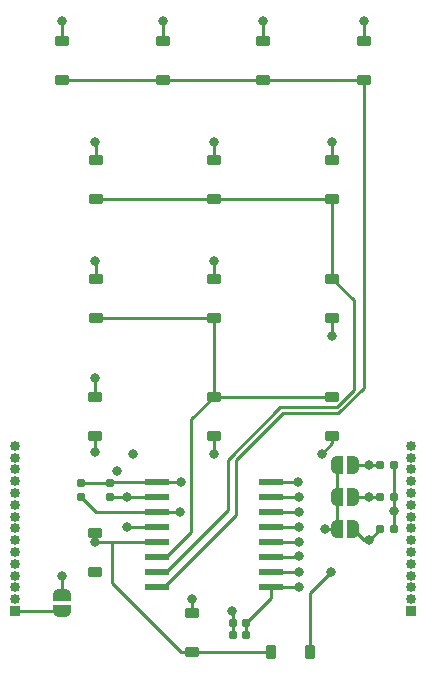
<source format=gbr>
%TF.GenerationSoftware,KiCad,Pcbnew,8.0.1*%
%TF.CreationDate,2024-03-24T18:55:33-05:00*%
%TF.ProjectId,TTWR Keypad,54545752-204b-4657-9970-61642e6b6963,V01*%
%TF.SameCoordinates,Original*%
%TF.FileFunction,Copper,L4,Bot*%
%TF.FilePolarity,Positive*%
%FSLAX46Y46*%
G04 Gerber Fmt 4.6, Leading zero omitted, Abs format (unit mm)*
G04 Created by KiCad (PCBNEW 8.0.1) date 2024-03-24 18:55:33*
%MOMM*%
%LPD*%
G01*
G04 APERTURE LIST*
G04 Aperture macros list*
%AMRoundRect*
0 Rectangle with rounded corners*
0 $1 Rounding radius*
0 $2 $3 $4 $5 $6 $7 $8 $9 X,Y pos of 4 corners*
0 Add a 4 corners polygon primitive as box body*
4,1,4,$2,$3,$4,$5,$6,$7,$8,$9,$2,$3,0*
0 Add four circle primitives for the rounded corners*
1,1,$1+$1,$2,$3*
1,1,$1+$1,$4,$5*
1,1,$1+$1,$6,$7*
1,1,$1+$1,$8,$9*
0 Add four rect primitives between the rounded corners*
20,1,$1+$1,$2,$3,$4,$5,0*
20,1,$1+$1,$4,$5,$6,$7,0*
20,1,$1+$1,$6,$7,$8,$9,0*
20,1,$1+$1,$8,$9,$2,$3,0*%
%AMFreePoly0*
4,1,19,0.500000,-0.750000,0.000000,-0.750000,0.000000,-0.744911,-0.071157,-0.744911,-0.207708,-0.704816,-0.327430,-0.627875,-0.420627,-0.520320,-0.479746,-0.390866,-0.500000,-0.250000,-0.500000,0.250000,-0.479746,0.390866,-0.420627,0.520320,-0.327430,0.627875,-0.207708,0.704816,-0.071157,0.744911,0.000000,0.744911,0.000000,0.750000,0.500000,0.750000,0.500000,-0.750000,0.500000,-0.750000,
$1*%
%AMFreePoly1*
4,1,19,0.000000,0.744911,0.071157,0.744911,0.207708,0.704816,0.327430,0.627875,0.420627,0.520320,0.479746,0.390866,0.500000,0.250000,0.500000,-0.250000,0.479746,-0.390866,0.420627,-0.520320,0.327430,-0.627875,0.207708,-0.704816,0.071157,-0.744911,0.000000,-0.744911,0.000000,-0.750000,-0.500000,-0.750000,-0.500000,0.750000,0.000000,0.750000,0.000000,0.744911,0.000000,0.744911,
$1*%
G04 Aperture macros list end*
%TA.AperFunction,SMDPad,CuDef*%
%ADD10FreePoly0,0.000000*%
%TD*%
%TA.AperFunction,SMDPad,CuDef*%
%ADD11FreePoly1,0.000000*%
%TD*%
%TA.AperFunction,SMDPad,CuDef*%
%ADD12RoundRect,0.160000X-0.197500X-0.160000X0.197500X-0.160000X0.197500X0.160000X-0.197500X0.160000X0*%
%TD*%
%TA.AperFunction,SMDPad,CuDef*%
%ADD13RoundRect,0.225000X-0.375000X0.225000X-0.375000X-0.225000X0.375000X-0.225000X0.375000X0.225000X0*%
%TD*%
%TA.AperFunction,SMDPad,CuDef*%
%ADD14R,2.082800X0.533400*%
%TD*%
%TA.AperFunction,SMDPad,CuDef*%
%ADD15RoundRect,0.160000X-0.160000X0.197500X-0.160000X-0.197500X0.160000X-0.197500X0.160000X0.197500X0*%
%TD*%
%TA.AperFunction,ComponentPad*%
%ADD16R,0.850000X0.850000*%
%TD*%
%TA.AperFunction,ComponentPad*%
%ADD17O,0.850000X0.850000*%
%TD*%
%TA.AperFunction,SMDPad,CuDef*%
%ADD18FreePoly0,270.000000*%
%TD*%
%TA.AperFunction,SMDPad,CuDef*%
%ADD19FreePoly1,270.000000*%
%TD*%
%TA.AperFunction,SMDPad,CuDef*%
%ADD20RoundRect,0.155000X-0.212500X-0.155000X0.212500X-0.155000X0.212500X0.155000X-0.212500X0.155000X0*%
%TD*%
%TA.AperFunction,SMDPad,CuDef*%
%ADD21RoundRect,0.225000X0.375000X-0.225000X0.375000X0.225000X-0.375000X0.225000X-0.375000X-0.225000X0*%
%TD*%
%TA.AperFunction,SMDPad,CuDef*%
%ADD22RoundRect,0.225000X-0.225000X-0.375000X0.225000X-0.375000X0.225000X0.375000X-0.225000X0.375000X0*%
%TD*%
%TA.AperFunction,ViaPad*%
%ADD23C,0.800000*%
%TD*%
%TA.AperFunction,Conductor*%
%ADD24C,0.250000*%
%TD*%
G04 APERTURE END LIST*
D10*
%TO.P,JP2,1,A*%
%TO.N,+3.3V*%
X178275000Y-83325000D03*
D11*
%TO.P,JP2,2,B*%
%TO.N,/IO Expander/A1*%
X179575000Y-83325000D03*
%TD*%
D12*
%TO.P,R3,1*%
%TO.N,/IO Expander/A0*%
X181880000Y-80625000D03*
%TO.P,R3,2*%
%TO.N,GND*%
X183075000Y-80625000D03*
%TD*%
%TO.P,R5,1*%
%TO.N,/IO Expander/A2*%
X181880000Y-86025000D03*
%TO.P,R5,2*%
%TO.N,GND*%
X183075000Y-86025000D03*
%TD*%
D10*
%TO.P,JP1,1,A*%
%TO.N,+3.3V*%
X178275000Y-80625000D03*
D11*
%TO.P,JP1,2,B*%
%TO.N,/IO Expander/A0*%
X179575000Y-80625000D03*
%TD*%
D12*
%TO.P,R4,1*%
%TO.N,/IO Expander/A1*%
X181880000Y-83325000D03*
%TO.P,R4,2*%
%TO.N,GND*%
X183075000Y-83325000D03*
%TD*%
D10*
%TO.P,JP3,1,A*%
%TO.N,+3.3V*%
X178275000Y-86025000D03*
D11*
%TO.P,JP3,2,B*%
%TO.N,/IO Expander/A2*%
X179575000Y-86025000D03*
%TD*%
D13*
%TO.P,D8,1,K*%
%TO.N,ROW_3*%
X157775000Y-86375000D03*
%TO.P,D8,2,A*%
%TO.N,Net-(D8-A)*%
X157775000Y-89675000D03*
%TD*%
D14*
%TO.P,U17,1,A0*%
%TO.N,/IO Expander/A0*%
X172663700Y-82055000D03*
%TO.P,U17,2,A1*%
%TO.N,/IO Expander/A1*%
X172663700Y-83325000D03*
%TO.P,U17,3,A2*%
%TO.N,/IO Expander/A2*%
X172663700Y-84595000D03*
%TO.P,U17,4,P0*%
%TO.N,COL_0*%
X172663700Y-85865000D03*
%TO.P,U17,5,P1*%
%TO.N,COL_1*%
X172663700Y-87135000D03*
%TO.P,U17,6,P2*%
%TO.N,COL_2*%
X172663700Y-88405000D03*
%TO.P,U17,7,P3*%
%TO.N,COL_3*%
X172663700Y-89675000D03*
%TO.P,U17,8,GND*%
%TO.N,GND*%
X172663700Y-90945000D03*
%TO.P,U17,9,P4*%
%TO.N,ROW_0*%
X162986300Y-90945000D03*
%TO.P,U17,10,P5*%
%TO.N,ROW_1*%
X162986300Y-89675000D03*
%TO.P,U17,11,P6*%
%TO.N,ROW_2*%
X162986300Y-88405000D03*
%TO.P,U17,12,P7*%
%TO.N,ROW_3*%
X162986300Y-87135000D03*
%TO.P,U17,13,\u002AINT*%
%TO.N,/IO Expander/INT*%
X162986300Y-85865000D03*
%TO.P,U17,14,SCL*%
%TO.N,/IO Expander/SCL*%
X162986300Y-84595000D03*
%TO.P,U17,15,SDA*%
%TO.N,/IO Expander/SDA*%
X162986300Y-83325000D03*
%TO.P,U17,16,VCC*%
%TO.N,+3.3V*%
X162986300Y-82055000D03*
%TD*%
D15*
%TO.P,R1,1*%
%TO.N,+3.3V*%
X159025000Y-82127500D03*
%TO.P,R1,2*%
%TO.N,/IO Expander/SDA*%
X159025000Y-83322500D03*
%TD*%
D16*
%TO.P,J2,1,Pin_1*%
%TO.N,Net-(J2-Pin_1)*%
X151000000Y-93000000D03*
D17*
%TO.P,J2,2,Pin_2*%
%TO.N,unconnected-(J2-Pin_2-Pad2)*%
X151000000Y-92000000D03*
%TO.P,J2,3,Pin_3*%
%TO.N,unconnected-(J2-Pin_3-Pad3)*%
X151000000Y-91000000D03*
%TO.P,J2,4,Pin_4*%
%TO.N,unconnected-(J2-Pin_4-Pad4)*%
X151000000Y-90000000D03*
%TO.P,J2,5,Pin_5*%
%TO.N,unconnected-(J2-Pin_5-Pad5)*%
X151000000Y-89000000D03*
%TO.P,J2,6,Pin_6*%
%TO.N,unconnected-(J2-Pin_6-Pad6)*%
X151000000Y-88000000D03*
%TO.P,J2,7,Pin_7*%
%TO.N,unconnected-(J2-Pin_7-Pad7)*%
X151000000Y-87000000D03*
%TO.P,J2,8,Pin_8*%
%TO.N,unconnected-(J2-Pin_8-Pad8)*%
X151000000Y-86000000D03*
%TO.P,J2,9,Pin_9*%
%TO.N,unconnected-(J2-Pin_9-Pad9)*%
X151000000Y-85000000D03*
%TO.P,J2,10,Pin_10*%
%TO.N,unconnected-(J2-Pin_10-Pad10)*%
X151000000Y-84000000D03*
%TO.P,J2,11,Pin_11*%
%TO.N,unconnected-(J2-Pin_11-Pad11)*%
X151000000Y-83000000D03*
%TO.P,J2,12,Pin_12*%
%TO.N,unconnected-(J2-Pin_12-Pad12)*%
X151000000Y-82000000D03*
%TO.P,J2,13,Pin_13*%
%TO.N,GND*%
X151000000Y-81000000D03*
%TO.P,J2,14,Pin_14*%
%TO.N,unconnected-(J2-Pin_14-Pad14)*%
X151000000Y-80000000D03*
%TO.P,J2,15,Pin_15*%
%TO.N,GND*%
X151000000Y-79000000D03*
%TD*%
D16*
%TO.P,J1,1,Pin_1*%
%TO.N,GND*%
X184500000Y-93000000D03*
D17*
%TO.P,J1,2,Pin_2*%
%TO.N,unconnected-(J1-Pin_2-Pad2)*%
X184500000Y-92000000D03*
%TO.P,J1,3,Pin_3*%
%TO.N,unconnected-(J1-Pin_3-Pad3)*%
X184500000Y-91000000D03*
%TO.P,J1,4,Pin_4*%
%TO.N,unconnected-(J1-Pin_4-Pad4)*%
X184500000Y-90000000D03*
%TO.P,J1,5,Pin_5*%
%TO.N,/IO Expander/SDA*%
X184500000Y-89000000D03*
%TO.P,J1,6,Pin_6*%
%TO.N,/IO Expander/SCL*%
X184500000Y-88000000D03*
%TO.P,J1,7,Pin_7*%
%TO.N,GND*%
X184500000Y-87000000D03*
%TO.P,J1,8,Pin_8*%
%TO.N,+3.3V*%
X184500000Y-86000000D03*
%TO.P,J1,9,Pin_9*%
%TO.N,unconnected-(J1-Pin_9-Pad9)*%
X184500000Y-85000000D03*
%TO.P,J1,10,Pin_10*%
%TO.N,unconnected-(J1-Pin_10-Pad10)*%
X184500000Y-84000000D03*
%TO.P,J1,11,Pin_11*%
%TO.N,unconnected-(J1-Pin_11-Pad11)*%
X184500000Y-83000000D03*
%TO.P,J1,12,Pin_12*%
%TO.N,unconnected-(J1-Pin_12-Pad12)*%
X184500000Y-82000000D03*
%TO.P,J1,13,Pin_13*%
%TO.N,unconnected-(J1-Pin_13-Pad13)*%
X184500000Y-81000000D03*
%TO.P,J1,14,Pin_14*%
%TO.N,unconnected-(J1-Pin_14-Pad14)*%
X184500000Y-80000000D03*
%TO.P,J1,15,Pin_15*%
%TO.N,unconnected-(J1-Pin_15-Pad15)*%
X184500000Y-79000000D03*
%TD*%
D15*
%TO.P,R2,1*%
%TO.N,+3.3V*%
X156550000Y-82127500D03*
%TO.P,R2,2*%
%TO.N,/IO Expander/SCL*%
X156550000Y-83322500D03*
%TD*%
D18*
%TO.P,JP4,1,A*%
%TO.N,/IO Expander/INT*%
X155000000Y-91675000D03*
D19*
%TO.P,JP4,2,B*%
%TO.N,Net-(J2-Pin_1)*%
X155000000Y-92975000D03*
%TD*%
D20*
%TO.P,C1,1*%
%TO.N,+3.3V*%
X169407500Y-94000000D03*
%TO.P,C1,2*%
%TO.N,GND*%
X170542500Y-94000000D03*
%TD*%
D21*
%TO.P,D2,2,A*%
%TO.N,Net-(D2-A)*%
X157809000Y-54850000D03*
%TO.P,D2,1,K*%
%TO.N,ROW_1*%
X157809000Y-58150000D03*
%TD*%
%TO.P,D7,2,A*%
%TO.N,Net-(D7-A)*%
X167825000Y-64850000D03*
%TO.P,D7,1,K*%
%TO.N,ROW_2*%
X167825000Y-68150000D03*
%TD*%
D13*
%TO.P,D15,2,A*%
%TO.N,Net-(D15-A)*%
X177850000Y-78144800D03*
%TO.P,D15,1,K*%
%TO.N,ROW_2*%
X177850000Y-74844800D03*
%TD*%
D21*
%TO.P,D6,1,K*%
%TO.N,ROW_1*%
X167825000Y-58150000D03*
%TO.P,D6,2,A*%
%TO.N,Net-(D6-A)*%
X167825000Y-54850000D03*
%TD*%
D20*
%TO.P,C2,1*%
%TO.N,+3.3V*%
X169407500Y-95000000D03*
%TO.P,C2,2*%
%TO.N,GND*%
X170542500Y-95000000D03*
%TD*%
D22*
%TO.P,D16,2,A*%
%TO.N,Net-(D16-A)*%
X175975000Y-96450000D03*
%TO.P,D16,1,K*%
%TO.N,ROW_3*%
X172675000Y-96450000D03*
%TD*%
D21*
%TO.P,D10,1,K*%
%TO.N,ROW_1*%
X177850000Y-58144800D03*
%TO.P,D10,2,A*%
%TO.N,Net-(D10-A)*%
X177850000Y-54844800D03*
%TD*%
%TO.P,D9,1,K*%
%TO.N,ROW_0*%
X172000000Y-48000000D03*
%TO.P,D9,2,A*%
%TO.N,Net-(D9-A)*%
X172000000Y-44700000D03*
%TD*%
%TO.P,D13,1,K*%
%TO.N,ROW_0*%
X180500000Y-48000000D03*
%TO.P,D13,2,A*%
%TO.N,Net-(D13-A)*%
X180500000Y-44700000D03*
%TD*%
%TO.P,D1,1,K*%
%TO.N,ROW_0*%
X155000000Y-48000000D03*
%TO.P,D1,2,A*%
%TO.N,Net-(D1-A)*%
X155000000Y-44700000D03*
%TD*%
%TO.P,D4,1,K*%
%TO.N,ROW_3*%
X157800000Y-78150000D03*
%TO.P,D4,2,A*%
%TO.N,Net-(D4-A)*%
X157800000Y-74850000D03*
%TD*%
%TO.P,D3,1,K*%
%TO.N,ROW_2*%
X157809000Y-68150000D03*
%TO.P,D3,2,A*%
%TO.N,Net-(D3-A)*%
X157809000Y-64850000D03*
%TD*%
%TO.P,D12,2,A*%
%TO.N,Net-(D12-A)*%
X165975000Y-93150000D03*
%TO.P,D12,1,K*%
%TO.N,ROW_3*%
X165975000Y-96450000D03*
%TD*%
%TO.P,D5,1,K*%
%TO.N,ROW_0*%
X163500000Y-48000000D03*
%TO.P,D5,2,A*%
%TO.N,Net-(D5-A)*%
X163500000Y-44700000D03*
%TD*%
D13*
%TO.P,D11,2,A*%
%TO.N,Net-(D11-A)*%
X167825000Y-78150000D03*
%TO.P,D11,1,K*%
%TO.N,ROW_2*%
X167825000Y-74850000D03*
%TD*%
%TO.P,D14,1,K*%
%TO.N,ROW_1*%
X177850000Y-64844800D03*
%TO.P,D14,2,A*%
%TO.N,Net-(D14-A)*%
X177850000Y-68144800D03*
%TD*%
D23*
%TO.N,COL_0*%
X160975000Y-79675000D03*
%TO.N,COL_1*%
X159650000Y-81125000D03*
%TO.N,Net-(D12-A)*%
X165975000Y-91975000D03*
%TO.N,Net-(D16-A)*%
X177750000Y-89675000D03*
%TO.N,Net-(D15-A)*%
X176950000Y-79675000D03*
%TO.N,Net-(D11-A)*%
X167825000Y-79675000D03*
%TO.N,ROW_3*%
X157800000Y-79500000D03*
X157775000Y-87150000D03*
%TO.N,Net-(D8-A)*%
X157775000Y-89675000D03*
%TO.N,Net-(D4-A)*%
X157800000Y-73300000D03*
%TO.N,Net-(D3-A)*%
X157800000Y-63325000D03*
%TO.N,Net-(D14-A)*%
X177850000Y-69675000D03*
%TO.N,Net-(D7-A)*%
X167825000Y-63325000D03*
%TO.N,Net-(D10-A)*%
X177850000Y-53300000D03*
%TO.N,Net-(D6-A)*%
X167825000Y-53325000D03*
%TO.N,Net-(D2-A)*%
X157800000Y-53325000D03*
%TO.N,Net-(D13-A)*%
X180500000Y-43000000D03*
%TO.N,COL_3*%
X175000000Y-89700000D03*
%TO.N,COL_2*%
X175000000Y-88375000D03*
%TO.N,COL_1*%
X175000000Y-87150000D03*
%TO.N,COL_0*%
X175000000Y-85875000D03*
%TO.N,GND*%
X183075000Y-84500000D03*
%TO.N,+3.3V*%
X177250000Y-86025000D03*
%TO.N,/IO Expander/A0*%
X180975000Y-80600000D03*
%TO.N,/IO Expander/A2*%
X180975000Y-87000000D03*
%TO.N,/IO Expander/A1*%
X180975000Y-83325000D03*
%TO.N,/IO Expander/A2*%
X175000000Y-84600000D03*
%TO.N,/IO Expander/A1*%
X175000000Y-83325000D03*
%TO.N,/IO Expander/A0*%
X174975000Y-82050000D03*
%TO.N,/IO Expander/SDA*%
X160500000Y-83325000D03*
%TO.N,+3.3V*%
X169400000Y-93000000D03*
%TO.N,/IO Expander/SCL*%
X164995000Y-84595000D03*
%TO.N,/IO Expander/INT*%
X160500000Y-85875000D03*
X154975000Y-90000000D03*
%TO.N,+3.3V*%
X165000000Y-82050000D03*
%TO.N,GND*%
X175000000Y-90950000D03*
%TO.N,Net-(D1-A)*%
X155000000Y-43000000D03*
%TO.N,Net-(D9-A)*%
X172000000Y-43000000D03*
%TO.N,Net-(D5-A)*%
X163500000Y-43000000D03*
%TD*%
D24*
%TO.N,GND*%
X183075000Y-83325000D02*
X183075000Y-84500000D01*
X183075000Y-86025000D02*
X183075000Y-84500000D01*
%TO.N,/IO Expander/A0*%
X181977500Y-80625000D02*
X181000000Y-80625000D01*
%TO.N,/IO Expander/A1*%
X181980000Y-83325000D02*
X180975000Y-83325000D01*
%TO.N,GND*%
X183075000Y-80625000D02*
X183075000Y-83325000D01*
%TO.N,ROW_3*%
X162986300Y-87135000D02*
X159215000Y-87135000D01*
X159215000Y-87135000D02*
X159200000Y-87150000D01*
%TO.N,/IO Expander/A2*%
X180975000Y-87000000D02*
X180550000Y-87000000D01*
X180550000Y-87000000D02*
X179575000Y-86025000D01*
X180975000Y-87000000D02*
X181880000Y-86095000D01*
X181880000Y-86095000D02*
X181880000Y-86025000D01*
%TO.N,ROW_0*%
X162986300Y-90945000D02*
X163574400Y-90945000D01*
X163574400Y-90945000D02*
X169675000Y-84844400D01*
X169675000Y-84844400D02*
X169675000Y-80225000D01*
X169675000Y-80225000D02*
X173650000Y-76250000D01*
X178323827Y-76250000D02*
X180500000Y-74073827D01*
X173650000Y-76250000D02*
X178323827Y-76250000D01*
X180500000Y-74073827D02*
X180500000Y-48000000D01*
%TO.N,ROW_1*%
X162986300Y-89675000D02*
X163761000Y-89675000D01*
X173450000Y-75750000D02*
X178258142Y-75750000D01*
X163761000Y-89675000D02*
X169025000Y-84411000D01*
X178258142Y-75750000D02*
X179700000Y-74308142D01*
X179700000Y-74308142D02*
X179700000Y-66694800D01*
X169025000Y-84411000D02*
X169025000Y-80175000D01*
X169025000Y-80175000D02*
X173450000Y-75750000D01*
X179700000Y-66694800D02*
X177850000Y-64844800D01*
%TO.N,Net-(D12-A)*%
X165975000Y-93150000D02*
X165975000Y-91975000D01*
%TO.N,ROW_3*%
X157775000Y-87150000D02*
X159200000Y-87150000D01*
X159200000Y-90604595D02*
X159200000Y-87150000D01*
X165975000Y-96450000D02*
X165045405Y-96450000D01*
X165045405Y-96450000D02*
X159200000Y-90604595D01*
X165975000Y-96450000D02*
X172675000Y-96450000D01*
%TO.N,Net-(D16-A)*%
X175975000Y-96450000D02*
X175975000Y-91450000D01*
X175975000Y-91450000D02*
X177750000Y-89675000D01*
%TO.N,ROW_2*%
X167825000Y-74850000D02*
X165900000Y-76775000D01*
X163761000Y-88405000D02*
X162986300Y-88405000D01*
X165900000Y-76775000D02*
X165900000Y-86266000D01*
X165900000Y-86266000D02*
X163761000Y-88405000D01*
%TO.N,Net-(D15-A)*%
X177850000Y-78775000D02*
X176950000Y-79675000D01*
X177850000Y-78144800D02*
X177850000Y-78775000D01*
%TO.N,Net-(D11-A)*%
X167825000Y-78150000D02*
X167825000Y-79675000D01*
%TO.N,ROW_3*%
X157800000Y-78150000D02*
X157800000Y-79500000D01*
X157775000Y-86375000D02*
X157775000Y-87150000D01*
%TO.N,Net-(D4-A)*%
X157800000Y-74850000D02*
X157800000Y-73300000D01*
%TO.N,Net-(D3-A)*%
X157809000Y-63334000D02*
X157800000Y-63325000D01*
X157809000Y-64850000D02*
X157809000Y-63334000D01*
%TO.N,Net-(D14-A)*%
X177850000Y-68144800D02*
X177850000Y-69675000D01*
%TO.N,Net-(D7-A)*%
X167825000Y-64850000D02*
X167825000Y-63325000D01*
%TO.N,ROW_2*%
X167825000Y-74850000D02*
X177844800Y-74850000D01*
X177844800Y-74850000D02*
X177850000Y-74844800D01*
X167825000Y-74850000D02*
X167825000Y-68150000D01*
X167825000Y-68150000D02*
X157809000Y-68150000D01*
%TO.N,Net-(D10-A)*%
X177850000Y-54844800D02*
X177850000Y-53300000D01*
%TO.N,Net-(D6-A)*%
X167825000Y-54850000D02*
X167825000Y-53325000D01*
%TO.N,Net-(D2-A)*%
X157809000Y-53334000D02*
X157800000Y-53325000D01*
X157809000Y-54850000D02*
X157809000Y-53334000D01*
%TO.N,ROW_1*%
X167825000Y-58150000D02*
X157809000Y-58150000D01*
X177850000Y-58144800D02*
X167830200Y-58144800D01*
X167830200Y-58144800D02*
X167825000Y-58150000D01*
X177850000Y-58144800D02*
X177850000Y-64844800D01*
%TO.N,COL_3*%
X175000000Y-89700000D02*
X175000000Y-89675000D01*
X172663700Y-89675000D02*
X175000000Y-89700000D01*
%TO.N,COL_2*%
X175025000Y-88375000D02*
X175000000Y-88400000D01*
X175000000Y-88375000D02*
X175025000Y-88375000D01*
X175000000Y-88400000D02*
X175000000Y-88375000D01*
X174995000Y-88405000D02*
X175000000Y-88400000D01*
X172663700Y-88405000D02*
X174995000Y-88405000D01*
%TO.N,COL_1*%
X174985000Y-87135000D02*
X175000000Y-87150000D01*
X172663700Y-87135000D02*
X174985000Y-87135000D01*
%TO.N,COL_0*%
X175000000Y-85875000D02*
X174990000Y-85865000D01*
X172663700Y-85865000D02*
X175000000Y-85875000D01*
%TO.N,/IO Expander/SCL*%
X162986300Y-84595000D02*
X157822500Y-84595000D01*
X157822500Y-84595000D02*
X156550000Y-83322500D01*
%TO.N,/IO Expander/SDA*%
X159025000Y-83322500D02*
X160497500Y-83322500D01*
X160497500Y-83322500D02*
X160500000Y-83325000D01*
%TO.N,+3.3V*%
X159025000Y-82127500D02*
X156550000Y-82127500D01*
X162986300Y-82055000D02*
X159097500Y-82055000D01*
X159097500Y-82055000D02*
X159025000Y-82127500D01*
X178275000Y-86025000D02*
X177250000Y-86025000D01*
X178275000Y-83325000D02*
X178275000Y-80625000D01*
X178275000Y-86025000D02*
X178275000Y-83325000D01*
%TO.N,/IO Expander/A0*%
X180950000Y-80625000D02*
X179575000Y-80625000D01*
X180975000Y-80600000D02*
X180950000Y-80625000D01*
X181000000Y-80625000D02*
X180975000Y-80600000D01*
%TO.N,/IO Expander/A1*%
X180975000Y-83325000D02*
X179575000Y-83325000D01*
%TO.N,/IO Expander/A2*%
X174995000Y-84595000D02*
X175000000Y-84600000D01*
X172663700Y-84595000D02*
X174995000Y-84595000D01*
%TO.N,/IO Expander/A1*%
X172663700Y-83325000D02*
X175000000Y-83325000D01*
%TO.N,/IO Expander/A0*%
X174970000Y-82055000D02*
X174975000Y-82050000D01*
X172663700Y-82055000D02*
X174970000Y-82055000D01*
%TO.N,/IO Expander/SDA*%
X162986300Y-83325000D02*
X160500000Y-83325000D01*
%TO.N,GND*%
X172663700Y-90945000D02*
X172663700Y-91878800D01*
X172663700Y-91878800D02*
X170542500Y-94000000D01*
%TO.N,+3.3V*%
X169407500Y-93007500D02*
X169400000Y-93000000D01*
X169407500Y-94000000D02*
X169407500Y-93007500D01*
X169407500Y-95000000D02*
X169407500Y-94000000D01*
%TO.N,GND*%
X170542500Y-95000000D02*
X170542500Y-94000000D01*
%TO.N,/IO Expander/SCL*%
X162986300Y-84595000D02*
X164995000Y-84595000D01*
X165000000Y-84600000D02*
X164995000Y-84595000D01*
%TO.N,/IO Expander/INT*%
X160510000Y-85865000D02*
X160500000Y-85875000D01*
X162986300Y-85865000D02*
X160510000Y-85865000D01*
X155000000Y-90025000D02*
X154975000Y-90000000D01*
X155000000Y-91675000D02*
X155000000Y-90025000D01*
%TO.N,Net-(J2-Pin_1)*%
X155000000Y-92975000D02*
X151025000Y-92975000D01*
X151025000Y-92975000D02*
X151000000Y-93000000D01*
%TO.N,+3.3V*%
X162986300Y-82055000D02*
X164995000Y-82055000D01*
X164995000Y-82055000D02*
X165000000Y-82050000D01*
%TO.N,GND*%
X172663700Y-90945000D02*
X174995000Y-90945000D01*
X174995000Y-90945000D02*
X175000000Y-90950000D01*
%TO.N,Net-(D1-A)*%
X155000000Y-44700000D02*
X155000000Y-43000000D01*
%TO.N,Net-(D9-A)*%
X172000000Y-44700000D02*
X172000000Y-43000000D01*
%TO.N,Net-(D13-A)*%
X180500000Y-44700000D02*
X180500000Y-43000000D01*
%TO.N,Net-(D5-A)*%
X163500000Y-44700000D02*
X163500000Y-43000000D01*
%TO.N,unconnected-(J1-Pin_2-Pad2)*%
X184500000Y-92000000D02*
X184439339Y-92000000D01*
%TO.N,ROW_0*%
X180500000Y-48000000D02*
X172000000Y-48000000D01*
X163500000Y-48000000D02*
X155000000Y-48000000D01*
X172000000Y-48000000D02*
X163500000Y-48000000D01*
%TD*%
M02*

</source>
